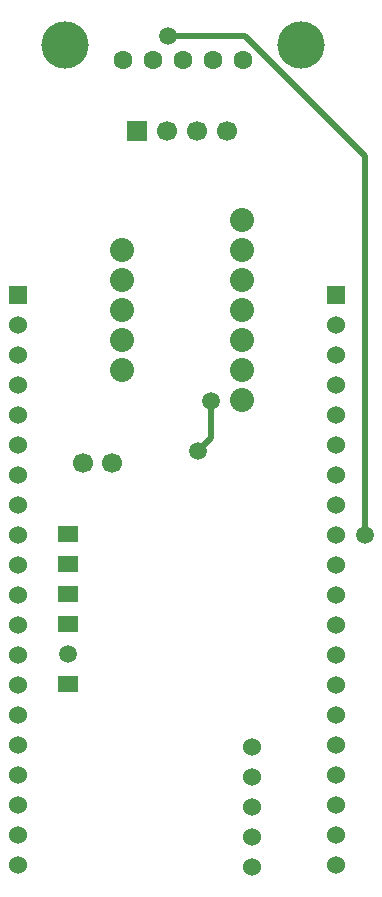
<source format=gtl>
G04 Layer: TopLayer*
G04 EasyEDA v6.5.44, 2024-09-18 08:49:22*
G04 5f0ec6a2444f475180eab9a5ccfc1f11,63b8e65828324c89aad8d8d9142c2ac9,10*
G04 Gerber Generator version 0.2*
G04 Scale: 100 percent, Rotated: No, Reflected: No *
G04 Dimensions in millimeters *
G04 leading zeros omitted , absolute positions ,4 integer and 5 decimal *
%FSLAX45Y45*%
%MOMM*%

%AMMACRO1*21,1,$1,$2,0,0,$3*%
%ADD10C,0.5000*%
%ADD11C,1.6000*%
%ADD12C,4.0000*%
%ADD13R,1.5240X1.5240*%
%ADD14C,1.5240*%
%ADD15C,1.7000*%
%ADD16R,1.7000X1.7000*%
%ADD17C,1.5000*%
%ADD18MACRO1,1.698X1.4135X0.0000*%
%ADD19C,2.0320*%
%ADD20C,1.5000*%

%LPD*%
D10*
X1422400Y7175500D02*
G01*
X2070100Y7175500D01*
X3086100Y6159500D01*
X3086100Y2946400D01*
X1784598Y4083296D02*
G01*
X1784598Y3765798D01*
X1676400Y3657600D01*
D11*
G01*
X1041400Y6972300D03*
G01*
X1295400Y6972300D03*
G01*
X1549400Y6972300D03*
G01*
X1803400Y6972300D03*
G01*
X2057400Y6972300D03*
D12*
G01*
X549402Y7095286D03*
G01*
X2549397Y7095286D03*
D13*
G01*
X152400Y4978400D03*
D14*
G01*
X152400Y4724400D03*
G01*
X152400Y4470400D03*
G01*
X152400Y4216400D03*
G01*
X152400Y3962400D03*
G01*
X152400Y3708400D03*
G01*
X152400Y3454400D03*
G01*
X152400Y3200400D03*
G01*
X152400Y2946400D03*
G01*
X152400Y2692400D03*
G01*
X152400Y2438400D03*
G01*
X152400Y2184400D03*
G01*
X152400Y1930400D03*
G01*
X152400Y1676400D03*
G01*
X152400Y1422400D03*
G01*
X152400Y1168400D03*
G01*
X152400Y914400D03*
G01*
X152400Y660400D03*
G01*
X152400Y406400D03*
G01*
X152400Y152400D03*
D13*
G01*
X2844800Y4978400D03*
D14*
G01*
X2844800Y4724400D03*
G01*
X2844800Y4470400D03*
G01*
X2844800Y4216400D03*
G01*
X2844800Y3962400D03*
G01*
X2844800Y3708400D03*
G01*
X2844800Y3454400D03*
G01*
X2844800Y3200400D03*
G01*
X2844800Y2946400D03*
G01*
X2844800Y2692400D03*
G01*
X2844800Y2438400D03*
G01*
X2844800Y2184400D03*
G01*
X2844800Y1930400D03*
G01*
X2844800Y1676400D03*
G01*
X2844800Y1422400D03*
G01*
X2844800Y1168400D03*
G01*
X2844800Y914400D03*
G01*
X2844800Y660400D03*
G01*
X2844800Y406400D03*
G01*
X2844800Y152400D03*
D15*
G01*
X950518Y3556000D03*
G01*
X700506Y3556000D03*
D16*
G01*
X1158189Y6369304D03*
D15*
G01*
X1412189Y6369304D03*
G01*
X1666189Y6369304D03*
G01*
X1920189Y6369304D03*
D14*
G01*
X2133295Y139700D03*
G01*
X2133295Y393700D03*
G01*
X2133295Y647700D03*
G01*
X2133295Y901700D03*
G01*
X2133295Y1155700D03*
D17*
G01*
X571474Y1943125D03*
D18*
G01*
X571487Y2197112D03*
G01*
X571487Y2451112D03*
G01*
X571487Y2705112D03*
G01*
X571487Y2959112D03*
G01*
X571487Y1689112D03*
D19*
G01*
X1028623Y4851323D03*
G01*
X1028623Y4597323D03*
G01*
X1028623Y4343323D03*
G01*
X1028623Y5105323D03*
G01*
X1028623Y5359323D03*
G01*
X2044623Y4851323D03*
G01*
X2044623Y5105323D03*
G01*
X2044623Y5359323D03*
G01*
X2044623Y5613323D03*
G01*
X2044623Y4597323D03*
G01*
X2044623Y4343323D03*
G01*
X2044623Y4089323D03*
D11*
G01*
X1295400Y6972300D03*
D20*
G01*
X1422400Y7175500D03*
G01*
X3086100Y2946400D03*
G01*
X1784598Y4083296D03*
G01*
X1676400Y3657600D03*
M02*

</source>
